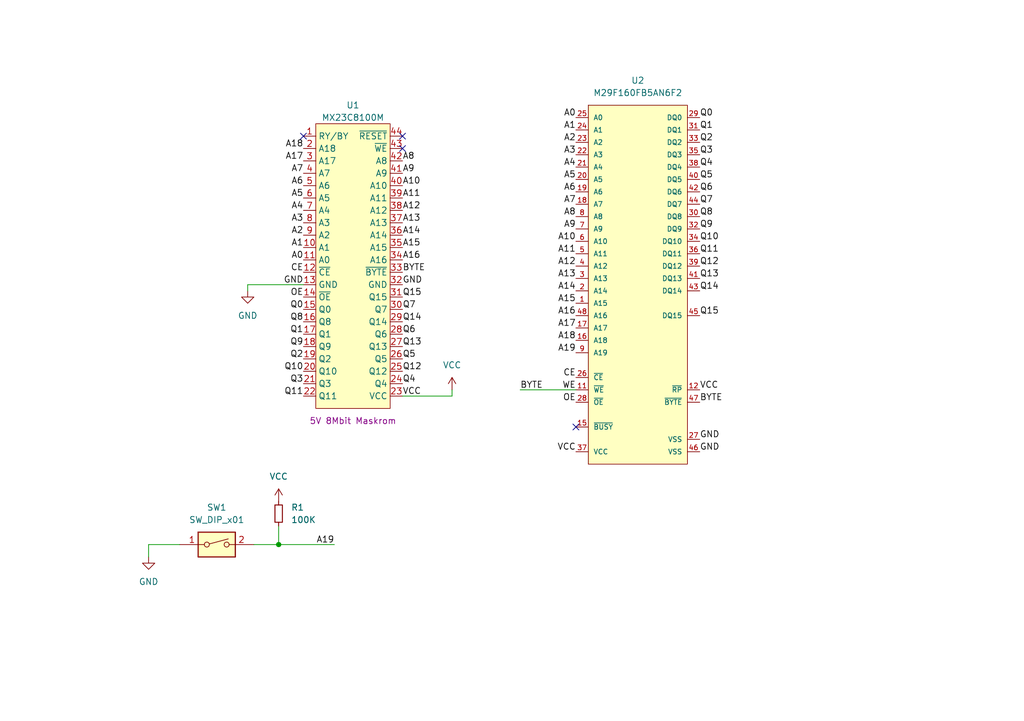
<source format=kicad_sch>
(kicad_sch (version 20230121) (generator eeschema)
  (paper "A5")
  (lib_symbols
    (symbol "Device:R_Small" (pin_numbers hide) (pin_names (offset 0.254) hide)
      (property "Reference" "R" (at 0.762 0.508 0))
      (property "Value" "R_Small" (at 0.762 -1.016 0))
      (symbol "R_Small_0_1"
        (rectangle (start -0.762 1.778) (end 0.762 -1.778) (stroke (width 0.2032)))
      )
      (symbol "R_Small_1_1"
        (pin passive line (at 0 2.54 270) (length 0.762) (name "~") (number "1"))
        (pin passive line (at 0 -2.54 90) (length 0.762) (name "~") (number "2"))
      )
    )
    (symbol "QChord_FLASH:M29F160FB5AN6F2" (pin_names (offset 1.016))
      (property "Reference" "U" (at 0 5.08 0))
      (property "Value" "M29F160FB5AN6F2" (at 0 7.62 0))
      (symbol "M29F160FB5AN6F2_1_1"
        (rectangle (start 5.08 2.54) (end 25.4 -71.12) (fill (type background)))
        (pin input line (at 2.54 -38.1 0) (length 2.54) (name "A15") (number "1"))
        (pin no_connect line (at 27.94 -45.72 180) (length 2.54) hide (name "NC") (number "10"))
        (pin input line (at 2.54 -55.88 0) (length 2.54) (name "~{WE}") (number "11"))
        (pin input line (at 27.94 -55.88 180) (length 2.54) (name "~{RP}") (number "12"))
        (pin no_connect line (at 27.94 -48.26 180) (length 2.54) hide (name "NC") (number "13"))
        (pin no_connect line (at 27.94 -50.8 180) (length 2.54) hide (name "NC") (number "14"))
        (pin passive line (at 2.54 -63.5 0) (length 2.54) (name "~{BUSY}") (number "15"))
        (pin input line (at 2.54 -45.72 0) (length 2.54) (name "A18") (number "16"))
        (pin input line (at 2.54 -43.18 0) (length 2.54) (name "A17") (number "17"))
        (pin input line (at 2.54 -17.78 0) (length 2.54) (name "A7") (number "18"))
        (pin input line (at 2.54 -15.24 0) (length 2.54) (name "A6") (number "19"))
        (pin input line (at 2.54 -35.56 0) (length 2.54) (name "A14") (number "2"))
        (pin input line (at 2.54 -12.7 0) (length 2.54) (name "A5") (number "20"))
        (pin input line (at 2.54 -10.16 0) (length 2.54) (name "A4") (number "21"))
        (pin input line (at 2.54 -7.62 0) (length 2.54) (name "A3") (number "22"))
        (pin input line (at 2.54 -5.08 0) (length 2.54) (name "A2") (number "23"))
        (pin input line (at 2.54 -2.54 0) (length 2.54) (name "A1") (number "24"))
        (pin input line (at 2.54 0 0) (length 2.54) (name "A0") (number "25"))
        (pin input line (at 2.54 -53.34 0) (length 2.54) (name "~{CE}") (number "26"))
        (pin power_in line (at 27.94 -66.04 180) (length 2.54) (name "VSS") (number "27"))
        (pin input line (at 2.54 -58.42 0) (length 2.54) (name "~{OE}") (number "28"))
        (pin bidirectional line (at 27.94 0 180) (length 2.54) (name "DQ0") (number "29"))
        (pin input line (at 2.54 -33.02 0) (length 2.54) (name "A13") (number "3"))
        (pin bidirectional line (at 27.94 -20.32 180) (length 2.54) (name "DQ8") (number "30"))
        (pin bidirectional line (at 27.94 -2.54 180) (length 2.54) (name "DQ1") (number "31"))
        (pin bidirectional line (at 27.94 -22.86 180) (length 2.54) (name "DQ9") (number "32"))
        (pin bidirectional line (at 27.94 -5.08 180) (length 2.54) (name "DQ2") (number "33"))
        (pin bidirectional line (at 27.94 -25.4 180) (length 2.54) (name "DQ10") (number "34"))
        (pin bidirectional line (at 27.94 -7.62 180) (length 2.54) (name "DQ3") (number "35"))
        (pin bidirectional line (at 27.94 -27.94 180) (length 2.54) (name "DQ11") (number "36"))
        (pin power_in line (at 2.54 -68.58 0) (length 2.54) (name "VCC") (number "37"))
        (pin bidirectional line (at 27.94 -10.16 180) (length 2.54) (name "DQ4") (number "38"))
        (pin bidirectional line (at 27.94 -30.48 180) (length 2.54) (name "DQ12") (number "39"))
        (pin input line (at 2.54 -30.48 0) (length 2.54) (name "A12") (number "4"))
        (pin bidirectional line (at 27.94 -12.7 180) (length 2.54) (name "DQ5") (number "40"))
        (pin bidirectional line (at 27.94 -33.02 180) (length 2.54) (name "DQ13") (number "41"))
        (pin bidirectional line (at 27.94 -15.24 180) (length 2.54) (name "DQ6") (number "42"))
        (pin bidirectional line (at 27.94 -35.56 180) (length 2.54) (name "DQ14") (number "43"))
        (pin bidirectional line (at 27.94 -17.78 180) (length 2.54) (name "DQ7") (number "44"))
        (pin bidirectional line (at 27.94 -40.64 180) (length 2.54) (name "DQ15") (number "45"))
        (pin power_in line (at 27.94 -68.58 180) (length 2.54) (name "VSS") (number "46"))
        (pin input line (at 27.94 -58.42 180) (length 2.54) (name "~{BYTE}") (number "47"))
        (pin input line (at 2.54 -40.64 0) (length 2.54) (name "A16") (number "48"))
        (pin input line (at 2.54 -27.94 0) (length 2.54) (name "A11") (number "5"))
        (pin input line (at 2.54 -25.4 0) (length 2.54) (name "A10") (number "6"))
        (pin input line (at 2.54 -22.86 0) (length 2.54) (name "A9") (number "7"))
        (pin input line (at 2.54 -20.32 0) (length 2.54) (name "A8") (number "8"))
        (pin input line (at 2.54 -48.26 0) (length 2.54) (name "A19") (number "9"))
      )
    )
    (symbol "QChord_Soundbank:GM23C8100"
      (property "Reference" "U" (at 7.62 2.54 0))
      (property "Value" "8Mbit ROM" (at 7.62 0 0))
      (symbol "GM23C8100_1_1"
        (rectangle (start 0 -1.27) (end 15.24 -59.69) (fill (type background)))
        (pin input line (at -2.54 -3.81 0) (length 2.54) (name "RY/BY") (number "1"))
        (pin input line (at -2.54 -26.67 0) (length 2.54) (name "A1") (number "10"))
        (pin input line (at -2.54 -29.21 0) (length 2.54) (name "A0") (number "11"))
        (pin input line (at -2.54 -31.75 0) (length 2.54) (name "~{CE}") (number "12"))
        (pin input line (at -2.54 -34.29 0) (length 2.54) (name "GND") (number "13"))
        (pin input line (at -2.54 -36.83 0) (length 2.54) (name "~{OE}") (number "14"))
        (pin input line (at -2.54 -39.37 0) (length 2.54) (name "Q0") (number "15"))
        (pin input line (at -2.54 -41.91 0) (length 2.54) (name "Q8") (number "16"))
        (pin input line (at -2.54 -44.45 0) (length 2.54) (name "Q1") (number "17"))
        (pin input line (at -2.54 -46.99 0) (length 2.54) (name "Q9") (number "18"))
        (pin input line (at -2.54 -49.53 0) (length 2.54) (name "Q2") (number "19"))
        (pin input line (at -2.54 -6.35 0) (length 2.54) (name "A18") (number "2"))
        (pin input line (at -2.54 -52.07 0) (length 2.54) (name "Q10") (number "20"))
        (pin input line (at -2.54 -54.61 0) (length 2.54) (name "Q3") (number "21"))
        (pin input line (at -2.54 -57.15 0) (length 2.54) (name "Q11") (number "22"))
        (pin input line (at 17.78 -57.15 180) (length 2.54) (name "VCC") (number "23"))
        (pin input line (at 17.78 -54.61 180) (length 2.54) (name "Q4") (number "24"))
        (pin input line (at 17.78 -52.07 180) (length 2.54) (name "Q12") (number "25"))
        (pin input line (at 17.78 -49.53 180) (length 2.54) (name "Q5") (number "26"))
        (pin input line (at 17.78 -46.99 180) (length 2.54) (name "Q13") (number "27"))
        (pin input line (at 17.78 -44.45 180) (length 2.54) (name "Q6") (number "28"))
        (pin input line (at 17.78 -41.91 180) (length 2.54) (name "Q14") (number "29"))
        (pin input line (at -2.54 -8.89 0) (length 2.54) (name "A17") (number "3"))
        (pin input line (at 17.78 -39.37 180) (length 2.54) (name "Q7") (number "30"))
        (pin input line (at 17.78 -36.83 180) (length 2.54) (name "Q15") (number "31"))
        (pin input line (at 17.78 -34.29 180) (length 2.54) (name "GND") (number "32"))
        (pin input line (at 17.78 -31.75 180) (length 2.54) (name "~{BYTE}") (number "33"))
        (pin input line (at 17.78 -29.21 180) (length 2.54) (name "A16") (number "34"))
        (pin input line (at 17.78 -26.67 180) (length 2.54) (name "A15") (number "35"))
        (pin input line (at 17.78 -24.13 180) (length 2.54) (name "A14") (number "36"))
        (pin input line (at 17.78 -21.59 180) (length 2.54) (name "A13") (number "37"))
        (pin input line (at 17.78 -19.05 180) (length 2.54) (name "A12") (number "38"))
        (pin input line (at 17.78 -16.51 180) (length 2.54) (name "A11") (number "39"))
        (pin input line (at -2.54 -11.43 0) (length 2.54) (name "A7") (number "4"))
        (pin input line (at 17.78 -13.97 180) (length 2.54) (name "A10") (number "40"))
        (pin input line (at 17.78 -11.43 180) (length 2.54) (name "A9") (number "41"))
        (pin input line (at 17.78 -8.89 180) (length 2.54) (name "A8") (number "42"))
        (pin input line (at 17.78 -6.35 180) (length 2.54) (name "~{WE}") (number "43"))
        (pin input line (at 17.78 -3.81 180) (length 2.54) (name "~{RESET}") (number "44"))
        (pin input line (at -2.54 -13.97 0) (length 2.54) (name "A6") (number "5"))
        (pin input line (at -2.54 -16.51 0) (length 2.54) (name "A5") (number "6"))
        (pin input line (at -2.54 -19.05 0) (length 2.54) (name "A4") (number "7"))
        (pin input line (at -2.54 -21.59 0) (length 2.54) (name "A3") (number "8"))
        (pin input line (at -2.54 -24.13 0) (length 2.54) (name "A2") (number "9"))
      )
    )
    (symbol "Switch:SW_DIP_x01" (pin_names (offset 0) hide)
      (property "Reference" "SW" (at 0 3.81 0))
      (property "Value" "SW_DIP_x01" (at 0 -3.81 0))
      (symbol "SW_DIP_x01_0_0"
        (circle (center -2.032 0) (radius 0.508))
        (polyline (pts (xy -1.524 0.127) (xy 2.3622 1.1684)))
        (circle (center 2.032 0) (radius 0.508))
      )
      (symbol "SW_DIP_x01_0_1"
        (rectangle (start -3.81 2.54) (end 3.81 -2.54) (stroke (width 0.254)) (fill (type background)))
      )
      (symbol "SW_DIP_x01_1_1"
        (pin passive line (at -7.62 0 0) (length 5.08) (name "~") (number "1"))
        (pin passive line (at 7.62 0 180) (length 5.08) (name "~") (number "2"))
      )
    )
    (symbol "power:GND" (power) (pin_names (offset 0))
      (property "Value" "GND" (at 0 -3.81 0))
      (symbol "GND_0_1"
        (polyline (pts (xy 0 0) (xy 0 -1.27) (xy 1.27 -1.27) (xy 0 -2.54) (xy -1.27 -1.27) (xy 0 -1.27)))
      )
      (symbol "GND_1_1"
        (pin power_in line (at 0 0 270) (length 0) hide (name "GND") (number "1"))
      )
    )
    (symbol "power:VCC" (power) (pin_names (offset 0))
      (property "Value" "VCC" (at 0 3.81 0))
      (symbol "VCC_0_1"
        (polyline (pts (xy -0.762 1.27) (xy 0 2.54)))
        (polyline (pts (xy 0 0) (xy 0 2.54)))
        (polyline (pts (xy 0 2.54) (xy 0.762 1.27)))
      )
      (symbol "VCC_1_1"
        (pin power_in line (at 0 0 90) (length 0) hide (name "VCC") (number "1"))
      )
    )
  )
  (junction (at 57.15 111.76))
  (no_connect (at 82.55 27.94))
  (no_connect (at 118.11 87.63))
  (no_connect (at 62.23 27.94))
  (no_connect (at 82.55 30.48))
  (wire (pts (xy 30.48 111.76) (xy 36.83 111.76)))
  (wire (pts (xy 57.15 107.95) (xy 57.15 111.76)))
  (wire (pts (xy 50.8 58.42) (xy 62.23 58.42)))
  (wire (pts (xy 52.07 111.76) (xy 57.15 111.76)))
  (wire (pts (xy 92.71 80.01) (xy 92.71 81.28)))
  (wire (pts (xy 50.8 59.69) (xy 50.8 58.42)))
  (wire (pts (xy 57.15 111.76) (xy 68.58 111.76)))
  (wire (pts (xy 92.71 81.28) (xy 82.55 81.28)))
  (wire (pts (xy 106.68 80.01) (xy 118.11 80.01)))
  (wire (pts (xy 30.48 111.76) (xy 30.48 114.3)))
  (label "Q1" (at 143.51 26.67 0))
  (label "Q0" (at 62.23 63.5 180))
  (label "Q2" (at 143.51 29.21 0))
  (label "Q13" (at 82.55 71.12 0))
  (label "Q6" (at 143.51 39.37 0))
  (label "Q3" (at 143.51 31.75 0))
  (label "A5" (at 118.11 36.83 180))
  (label "Q12" (at 82.55 76.2 0))
  (label "Q14" (at 143.51 59.69 0))
  (label "CE" (at 118.11 77.47 180))
  (label "A12" (at 82.55 43.18 0))
  (label "A16" (at 82.55 53.34 0))
  (label "Q10" (at 143.51 49.53 0))
  (label "A6" (at 118.11 39.37 180))
  (label "A10" (at 118.11 49.53 180))
  (label "Q7" (at 82.55 63.5 0))
  (label "Q4" (at 143.51 34.29 0))
  (label "GND" (at 143.51 92.71 0))
  (label "Q9" (at 143.51 46.99 0))
  (label "A14" (at 82.55 48.26 0))
  (label "A12" (at 118.11 54.61 180))
  (label "A19" (at 68.58 111.76 180))
  (label "Q11" (at 62.23 81.28 180))
  (label "A13" (at 118.11 57.15 180))
  (label "Q2" (at 62.23 73.66 180))
  (label "A7" (at 62.23 35.56 180))
  (label "Q6" (at 82.55 68.58 0))
  (label "Q7" (at 143.51 41.91 0))
  (label "A10" (at 82.55 38.1 0))
  (label "A9" (at 118.11 46.99 180))
  (label "A3" (at 118.11 31.75 180))
  (label "A2" (at 62.23 48.26 180))
  (label "A2" (at 118.11 29.21 180))
  (label "BYTE" (at 143.51 82.55 0))
  (label "A0" (at 118.11 24.13 180))
  (label "A1" (at 118.11 26.67 180))
  (label "Q9" (at 62.23 71.12 180))
  (label "CE" (at 62.23 55.88 180))
  (label "A17" (at 118.11 67.31 180))
  (label "A7" (at 118.11 41.91 180))
  (label "A8" (at 118.11 44.45 180))
  (label "A13" (at 82.55 45.72 0))
  (label "A0" (at 62.23 53.34 180))
  (label "GND" (at 82.55 58.42 0))
  (label "VCC" (at 82.55 81.28 0))
  (label "OE" (at 118.11 82.55 180))
  (label "Q15" (at 82.55 60.96 0))
  (label "GND" (at 143.51 90.17 0))
  (label "A5" (at 62.23 40.64 180))
  (label "A14" (at 118.11 59.69 180))
  (label "OE" (at 62.23 60.96 180))
  (label "Q5" (at 82.55 73.66 0))
  (label "Q0" (at 143.51 24.13 0))
  (label "Q5" (at 143.51 36.83 0))
  (label "Q10" (at 62.23 76.2 180))
  (label "A15" (at 82.55 50.8 0))
  (label "A9" (at 82.55 35.56 0))
  (label "Q4" (at 82.55 78.74 0))
  (label "A3" (at 62.23 45.72 180))
  (label "A16" (at 118.11 64.77 180))
  (label "BYTE" (at 82.55 55.88 0))
  (label "GND" (at 62.23 58.42 180))
  (label "A6" (at 62.23 38.1 180))
  (label "A4" (at 62.23 43.18 180))
  (label "A1" (at 62.23 50.8 180))
  (label "Q8" (at 143.51 44.45 0))
  (label "A17" (at 62.23 33.02 180))
  (label "WE" (at 118.11 80.01 180))
  (label "Q3" (at 62.23 78.74 180))
  (label "A18" (at 62.23 30.48 180))
  (label "Q15" (at 143.51 64.77 0))
  (label "A8" (at 82.55 33.02 0))
  (label "A18" (at 118.11 69.85 180))
  (label "A15" (at 118.11 62.23 180))
  (label "A11" (at 82.55 40.64 0))
  (label "A11" (at 118.11 52.07 180))
  (label "Q8" (at 62.23 66.04 180))
  (label "BYTE" (at 106.68 80.01 0))
  (label "A19" (at 118.11 72.39 180))
  (label "A4" (at 118.11 34.29 180))
  (label "Q12" (at 143.51 54.61 0))
  (label "Q11" (at 143.51 52.07 0))
  (label "Q1" (at 62.23 68.58 180))
  (label "Q14" (at 82.55 66.04 0))
  (label "VCC" (at 143.51 80.01 0))
  (label "VCC" (at 118.11 92.71 180))
  (label "Q13" (at 143.51 57.15 0))
  (symbol (lib_id "power:GND") (at 30.48 114.3 0) (unit 1)
    (property "Reference" "#PWR04" (effects hide))
    (property "Value" "GND" (at 30.48 119.38 0))
  )
  (symbol (lib_id "Switch:SW_DIP_x01") (at 44.45 111.76 0) (unit 1)
    (property "Reference" "SW1" (at 44.45 104.14 0))
    (property "Value" "SW_DIP_x01" (at 44.45 106.68 0))
    (property "Footprint" "Button_Switch_SMD:SW_DIP_SPSTx01_Slide_9.78x4.72mm_W8.61mm_P2.54mm" (effects hide))
  )
  (symbol (lib_id "power:VCC") (at 57.15 102.87 0) (unit 1)
    (property "Reference" "#PWR03" (effects hide))
    (property "Value" "VCC" (at 57.15 97.79 0))
  )
  (symbol (lib_id "power:GND") (at 50.8 59.69 0) (unit 1)
    (property "Reference" "#PWR01" (effects hide))
    (property "Value" "GND" (at 50.8 64.77 0))
  )
  (symbol (lib_id "Device:R_Small") (at 57.15 105.41 180) (unit 1)
    (property "Reference" "R1" (at 59.69 104.14 0) (effects (justify right)))
    (property "Value" "100K" (at 59.69 106.68 0) (effects (justify right)))
    (property "Footprint" "Resistor_SMD:R_0805_2012Metric_Pad1.20x1.40mm_HandSolder" (effects hide))
  )
  (symbol (lib_id "power:VCC") (at 92.71 80.01 0) (unit 1)
    (property "Reference" "#PWR02" (effects hide))
    (property "Value" "VCC" (at 92.71 74.93 0))
  )
  (symbol (lib_id "QChord_Soundbank:GM23C8100") (at 64.77 24.13 0) (unit 1)
    (property "Reference" "U1" (at 72.39 21.59 0))
    (property "Value" "MX23C8100M" (at 72.39 24.13 0))
    (property "Footprint" "QChord_Soundbank:PSOP-44_Castellated" (effects hide))
    (property "Datasheet" "https://pdf1.alldatasheet.com/datasheet-pdf/view/74427/MCNIX/MX23C8100.html" (effects hide))
    (property "Notes" "5V 8Mbit Maskrom" (at 72.39 86.36 0))
  )
  (symbol (lib_id "QChord_FLASH:M29F160FB5AN6F2") (at 115.57 24.13 0) (unit 1)
    (property "Reference" "U2" (at 130.81 16.51 0))
    (property "Value" "M29F160FB5AN6F2" (at 130.81 19.05 0))
    (property "Footprint" "QChord_FLASH:Micron-M29F160FB5AN6F2-Manufacturer_Recommended" (effects hide))
    (property "Datasheet" "http://www.micron.com/~{/media/Documents/Products/Data%20Sheet/NOR%20Flash/M29FxxFT%20FB.pdf}" (effects hide))
    (property "Component Link 1 Description" "Manufacturer URL" (effects hide))
    (property "Component Link 1 URL" "http://www.micron.com/" (effects hide))
    (property "Component Link 3 Description" "Package Specification" (effects hide))
    (property "Component Link 3 URL" "http://www.micron.com/~{/media/Documents/Products/Data%20Sheet/NOR%20Flash/Parallel/P30/306666_P30_130nm_Discrete_DS.pdf}" (effects hide))
    (property "Datasheet Version" "Rev. 9" (effects hide))
    (property "Density" "16MbÂ " (effects hide))
    (property "Mounting Technology" "Surface Mount" (effects hide))
    (property "Op Temp" "-40C to +85CÂ " (effects hide))
    (property "Package Description" "48-Pin TSOP, 18.4 X 12 mm, Pitch 0.5 mm" (effects hide))
    (property "Package Version" "Rev 11" (effects hide))
    (property "Part Family" "M29FÂ " (effects hide))
    (property "Speed" "55nsÂ " (effects hide))
    (property "Voltage" "4.5V-5.5VÂ " (effects hide))
    (property "Width" "x8/x16Â " (effects hide))
    (property "category" "IC" (effects hide))
    (property "ciiva ids" "2377105" (effects hide))
    (property "library id" "b2d61423f49c5316" (effects hide))
    (property "manufacturer" "Micron" (effects hide))
    (property "package" "MICT-N-48" (effects hide))
    (property "release date" "1354234464" (effects hide))
    (property "vault revision" "97B237C9-C002-4194-BED6-A70EEE5D16BF" (effects hide))
    (property "imported" "yes" (effects hide))
  )
)
</source>
